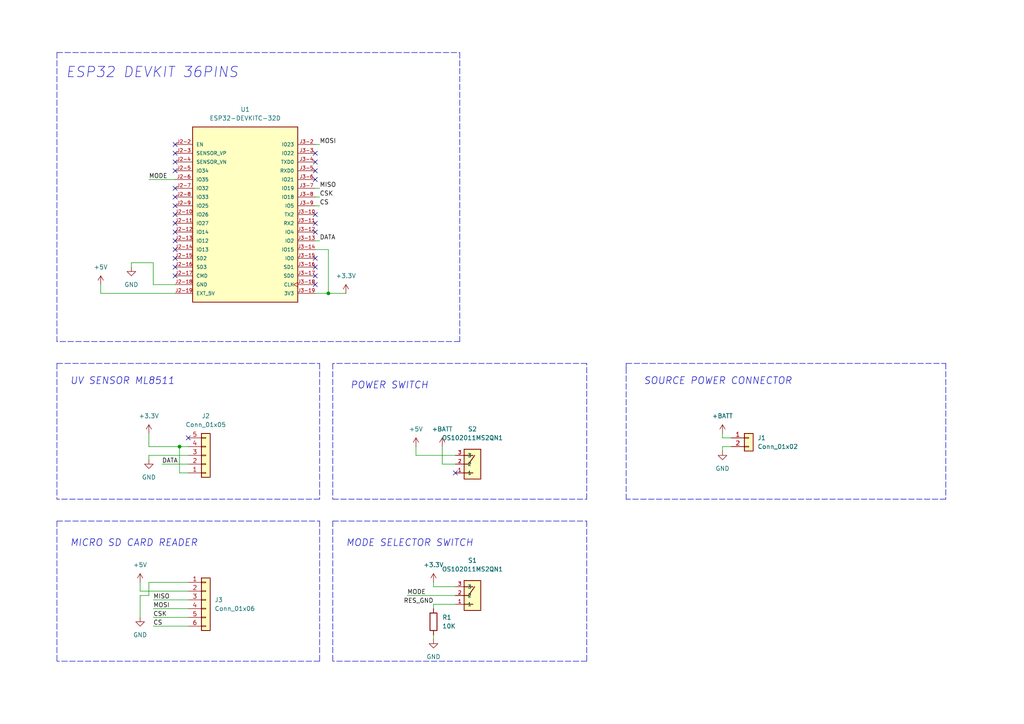
<source format=kicad_sch>
(kicad_sch (version 20211123) (generator eeschema)
  (paper "A4")
  (lib_symbols
    (symbol "Connector_Generic:Conn_01x02" (pin_names (offset 1.016) hide)
      (property "Reference" "J" (at 0 2.54 0))
      (property "Value" "Conn_01x02" (at 0 -5.08 0))
      (symbol "Conn_01x02_1_1"
        (rectangle (start -1.27 -2.413) (end 0 -2.667) (stroke (width 0.1524)))
        (rectangle (start -1.27 0.127) (end 0 -0.127) (stroke (width 0.1524)))
        (rectangle (start -1.27 1.27) (end 1.27 -3.81) (stroke (width 0.254)) (fill (type background)))
        (pin passive line (at -5.08 0 0) (length 3.81) (name "Pin_1") (number "1"))
        (pin passive line (at -5.08 -2.54 0) (length 3.81) (name "Pin_2") (number "2"))
      )
    )
    (symbol "Connector_Generic:Conn_01x05" (pin_names (offset 1.016) hide)
      (property "Reference" "J" (at 0 7.62 0))
      (property "Value" "Conn_01x05" (at 0 -7.62 0))
      (symbol "Conn_01x05_1_1"
        (rectangle (start -1.27 -4.953) (end 0 -5.207) (stroke (width 0.1524)))
        (rectangle (start -1.27 -2.413) (end 0 -2.667) (stroke (width 0.1524)))
        (rectangle (start -1.27 0.127) (end 0 -0.127) (stroke (width 0.1524)))
        (rectangle (start -1.27 2.667) (end 0 2.413) (stroke (width 0.1524)))
        (rectangle (start -1.27 5.207) (end 0 4.953) (stroke (width 0.1524)))
        (rectangle (start -1.27 6.35) (end 1.27 -6.35) (stroke (width 0.254)) (fill (type background)))
        (pin passive line (at -5.08 5.08 0) (length 3.81) (name "Pin_1") (number "1"))
        (pin passive line (at -5.08 2.54 0) (length 3.81) (name "Pin_2") (number "2"))
        (pin passive line (at -5.08 0 0) (length 3.81) (name "Pin_3") (number "3"))
        (pin passive line (at -5.08 -2.54 0) (length 3.81) (name "Pin_4") (number "4"))
        (pin passive line (at -5.08 -5.08 0) (length 3.81) (name "Pin_5") (number "5"))
      )
    )
    (symbol "Connector_Generic:Conn_01x06" (pin_names (offset 1.016) hide)
      (property "Reference" "J" (at 0 7.62 0))
      (property "Value" "Conn_01x06" (at 0 -10.16 0))
      (symbol "Conn_01x06_1_1"
        (rectangle (start -1.27 -7.493) (end 0 -7.747) (stroke (width 0.1524)))
        (rectangle (start -1.27 -4.953) (end 0 -5.207) (stroke (width 0.1524)))
        (rectangle (start -1.27 -2.413) (end 0 -2.667) (stroke (width 0.1524)))
        (rectangle (start -1.27 0.127) (end 0 -0.127) (stroke (width 0.1524)))
        (rectangle (start -1.27 2.667) (end 0 2.413) (stroke (width 0.1524)))
        (rectangle (start -1.27 5.207) (end 0 4.953) (stroke (width 0.1524)))
        (rectangle (start -1.27 6.35) (end 1.27 -8.89) (stroke (width 0.254)) (fill (type background)))
        (pin passive line (at -5.08 5.08 0) (length 3.81) (name "Pin_1") (number "1"))
        (pin passive line (at -5.08 2.54 0) (length 3.81) (name "Pin_2") (number "2"))
        (pin passive line (at -5.08 0 0) (length 3.81) (name "Pin_3") (number "3"))
        (pin passive line (at -5.08 -2.54 0) (length 3.81) (name "Pin_4") (number "4"))
        (pin passive line (at -5.08 -5.08 0) (length 3.81) (name "Pin_5") (number "5"))
        (pin passive line (at -5.08 -7.62 0) (length 3.81) (name "Pin_6") (number "6"))
      )
    )
    (symbol "Device:R" (pin_numbers hide) (pin_names (offset 0))
      (property "Reference" "R" (at 2.032 0 90))
      (property "Value" "R" (at 0 0 90))
      (symbol "R_0_1"
        (rectangle (start -1.016 -2.54) (end 1.016 2.54) (stroke (width 0.254)))
      )
      (symbol "R_1_1"
        (pin passive line (at 0 3.81 270) (length 1.27) (name "~") (number "1"))
        (pin passive line (at 0 -3.81 90) (length 1.27) (name "~") (number "2"))
      )
    )
    (symbol "ESP32-38P:ESP32-DEVKITC-32D" (pin_names (offset 1.016))
      (property "Reference" "U" (at -15.2572 26.0643 0))
      (property "Value" "ESP32-DEVKITC-32D" (at -15.2563 -27.9698 0))
      (symbol "ESP32-DEVKITC-32D_0_0"
        (rectangle (start -15.24 -25.4) (end 15.24 25.4) (stroke (width 0.254)) (fill (type background)))
        (pin bidirectional line (at -20.32 0 0) (length 5.08) (name "IO26") (number "J2-10"))
        (pin bidirectional line (at -20.32 -2.54 0) (length 5.08) (name "IO27") (number "J2-11"))
        (pin bidirectional line (at -20.32 -5.08 0) (length 5.08) (name "IO14") (number "J2-12"))
        (pin bidirectional line (at -20.32 -7.62 0) (length 5.08) (name "IO12") (number "J2-13"))
        (pin bidirectional line (at -20.32 -10.16 0) (length 5.08) (name "IO13") (number "J2-14"))
        (pin bidirectional line (at -20.32 -12.7 0) (length 5.08) (name "SD2") (number "J2-15"))
        (pin bidirectional line (at -20.32 -15.24 0) (length 5.08) (name "SD3") (number "J2-16"))
        (pin bidirectional line (at -20.32 -17.78 0) (length 5.08) (name "CMD") (number "J2-17"))
        (pin power_in line (at -20.32 -20.32 0) (length 5.08) (name "GND") (number "J2-18"))
        (pin power_in line (at -20.32 -22.86 0) (length 5.08) (name "EXT_5V") (number "J2-19"))
        (pin input line (at -20.32 20.32 0) (length 5.08) (name "EN") (number "J2-2"))
        (pin input line (at -20.32 17.78 0) (length 5.08) (name "SENSOR_VP") (number "J2-3"))
        (pin input line (at -20.32 15.24 0) (length 5.08) (name "SENSOR_VN") (number "J2-4"))
        (pin bidirectional line (at -20.32 12.7 0) (length 5.08) (name "IO34") (number "J2-5"))
        (pin bidirectional line (at -20.32 10.16 0) (length 5.08) (name "IO35") (number "J2-6"))
        (pin bidirectional line (at -20.32 7.62 0) (length 5.08) (name "IO32") (number "J2-7"))
        (pin bidirectional line (at -20.32 5.08 0) (length 5.08) (name "IO33") (number "J2-8"))
        (pin bidirectional line (at -20.32 2.54 0) (length 5.08) (name "IO25") (number "J2-9"))
        (pin bidirectional line (at 20.32 0 180) (length 5.08) (name "TX2") (number "J3-10"))
        (pin bidirectional line (at 20.32 -2.54 180) (length 5.08) (name "RX2") (number "J3-11"))
        (pin bidirectional line (at 20.32 -5.08 180) (length 5.08) (name "IO4") (number "J3-12"))
        (pin bidirectional line (at 20.32 -7.62 180) (length 5.08) (name "IO2") (number "J3-13"))
        (pin bidirectional line (at 20.32 -10.16 180) (length 5.08) (name "IO15") (number "J3-14"))
        (pin bidirectional line (at 20.32 -12.7 180) (length 5.08) (name "IO0") (number "J3-15"))
        (pin bidirectional line (at 20.32 -15.24 180) (length 5.08) (name "SD1") (number "J3-16"))
        (pin bidirectional line (at 20.32 -17.78 180) (length 5.08) (name "SD0") (number "J3-17"))
        (pin input clock (at 20.32 -20.32 180) (length 5.08) (name "CLK") (number "J3-18"))
        (pin power_in line (at 20.32 -22.86 180) (length 5.08) (name "3V3") (number "J3-19"))
        (pin bidirectional line (at 20.32 20.32 180) (length 5.08) (name "IO23") (number "J3-2"))
        (pin bidirectional line (at 20.32 17.78 180) (length 5.08) (name "IO22") (number "J3-3"))
        (pin output line (at 20.32 15.24 180) (length 5.08) (name "TXD0") (number "J3-4"))
        (pin input line (at 20.32 12.7 180) (length 5.08) (name "RXD0") (number "J3-5"))
        (pin bidirectional line (at 20.32 10.16 180) (length 5.08) (name "IO21") (number "J3-6"))
        (pin bidirectional line (at 20.32 7.62 180) (length 5.08) (name "IO19") (number "J3-7"))
        (pin bidirectional line (at 20.32 5.08 180) (length 5.08) (name "IO18") (number "J3-8"))
        (pin bidirectional line (at 20.32 2.54 180) (length 5.08) (name "IO5") (number "J3-9"))
      )
    )
    (symbol "Switch:OS102011MS2QN1" (pin_names (offset 1.016))
      (property "Reference" "S" (at -2.5411 5.0822 0))
      (property "Value" "OS102011MS2QN1" (at -2.544 -7.6319 0))
      (symbol "OS102011MS2QN1_0_0"
        (rectangle (start -2.54 -4.318) (end 2.286 4.318) (stroke (width 0.254)) (fill (type background)))
        (polyline (pts (xy -2.54 -2.54) (xy 0 -2.54)) (stroke (width 0.254)))
        (polyline (pts (xy -2.54 0) (xy -1.27 0)) (stroke (width 0.254)))
        (polyline (pts (xy -2.54 2.54) (xy 0 2.54)) (stroke (width 0.254)))
        (polyline (pts (xy -1.27 0) (xy 0.508 -2.54)) (stroke (width 0.254)))
        (pin passive line (at -5.08 2.54 0) (length 2.54) (name "1") (number "1"))
        (pin passive line (at -5.08 0 0) (length 2.54) (name "2") (number "2"))
        (pin passive line (at -5.08 -2.54 0) (length 2.54) (name "3") (number "3"))
      )
    )
    (symbol "power:+3.3V" (power) (pin_names (offset 0))
      (property "Value" "+3.3V" (at 0 3.556 0))
      (symbol "+3.3V_0_1"
        (polyline (pts (xy -0.762 1.27) (xy 0 2.54)))
        (polyline (pts (xy 0 0) (xy 0 2.54)))
        (polyline (pts (xy 0 2.54) (xy 0.762 1.27)))
      )
      (symbol "+3.3V_1_1"
        (pin power_in line (at 0 0 90) (length 0) hide (name "+3.3V") (number "1"))
      )
    )
    (symbol "power:+5V" (power) (pin_names (offset 0))
      (property "Value" "+5V" (at 0 3.556 0))
      (symbol "+5V_0_1"
        (polyline (pts (xy -0.762 1.27) (xy 0 2.54)))
        (polyline (pts (xy 0 0) (xy 0 2.54)))
        (polyline (pts (xy 0 2.54) (xy 0.762 1.27)))
      )
      (symbol "+5V_1_1"
        (pin power_in line (at 0 0 90) (length 0) hide (name "+5V") (number "1"))
      )
    )
    (symbol "power:+BATT" (power) (pin_names (offset 0))
      (property "Value" "+BATT" (at 0 3.556 0))
      (symbol "+BATT_0_1"
        (polyline (pts (xy -0.762 1.27) (xy 0 2.54)))
        (polyline (pts (xy 0 0) (xy 0 2.54)))
        (polyline (pts (xy 0 2.54) (xy 0.762 1.27)))
      )
      (symbol "+BATT_1_1"
        (pin power_in line (at 0 0 90) (length 0) hide (name "+BATT") (number "1"))
      )
    )
    (symbol "power:GND" (power) (pin_names (offset 0))
      (property "Value" "GND" (at 0 -3.81 0))
      (symbol "GND_0_1"
        (polyline (pts (xy 0 0) (xy 0 -1.27) (xy 1.27 -1.27) (xy 0 -2.54) (xy -1.27 -1.27) (xy 0 -1.27)))
      )
      (symbol "GND_1_1"
        (pin power_in line (at 0 0 270) (length 0) hide (name "GND") (number "1"))
      )
    )
  )
  (junction (at 52.07 129.54))
  (junction (at 95.25 85.09))
  (no_connect (at 50.8 74.93))
  (no_connect (at 91.44 62.23))
  (no_connect (at 50.8 57.15))
  (no_connect (at 132.08 137.16))
  (no_connect (at 50.8 46.99))
  (no_connect (at 91.44 77.47))
  (no_connect (at 91.44 67.31))
  (no_connect (at 91.44 44.45))
  (no_connect (at 50.8 44.45))
  (no_connect (at 91.44 52.07))
  (no_connect (at 50.8 62.23))
  (no_connect (at 50.8 77.47))
  (no_connect (at 91.44 64.77))
  (no_connect (at 91.44 46.99))
  (no_connect (at 91.44 74.93))
  (no_connect (at 50.8 80.01))
  (no_connect (at 50.8 49.53))
  (no_connect (at 50.8 69.85))
  (no_connect (at 50.8 67.31))
  (no_connect (at 50.8 59.69))
  (no_connect (at 50.8 72.39))
  (no_connect (at 91.44 82.55))
  (no_connect (at 50.8 64.77))
  (no_connect (at 50.8 54.61))
  (no_connect (at 54.61 127))
  (no_connect (at 91.44 80.01))
  (no_connect (at 50.8 41.91))
  (no_connect (at 91.44 49.53))
  (wire (pts (xy 120.65 132.08) (xy 120.65 129.54)))
  (wire (pts (xy 44.45 179.07) (xy 54.61 179.07)))
  (polyline (pts (xy 274.32 144.78) (xy 181.61 144.78)))
  (wire (pts (xy 29.21 85.09) (xy 50.8 85.09)))
  (wire (pts (xy 44.45 76.2) (xy 38.1 76.2)))
  (polyline (pts (xy 92.71 105.41) (xy 92.71 144.78)))
  (wire (pts (xy 40.64 171.45) (xy 40.64 168.91)))
  (wire (pts (xy 132.08 134.62) (xy 128.27 134.62)))
  (wire (pts (xy 44.45 173.99) (xy 54.61 173.99)))
  (wire (pts (xy 43.18 168.91) (xy 43.18 172.72)))
  (wire (pts (xy 118.11 172.72) (xy 132.08 172.72)))
  (polyline (pts (xy 133.35 15.24) (xy 133.35 99.06)))
  (wire (pts (xy 209.55 125.73) (xy 209.55 127)))
  (wire (pts (xy 91.44 54.61) (xy 92.71 54.61)))
  (wire (pts (xy 44.45 82.55) (xy 44.45 76.2)))
  (polyline (pts (xy 16.51 151.13) (xy 16.51 191.77)))
  (polyline (pts (xy 96.52 105.41) (xy 96.52 144.78)))
  (wire (pts (xy 43.18 168.91) (xy 54.61 168.91)))
  (wire (pts (xy 209.55 127) (xy 212.09 127)))
  (wire (pts (xy 95.25 85.09) (xy 100.33 85.09)))
  (wire (pts (xy 40.64 172.72) (xy 40.64 179.07)))
  (wire (pts (xy 46.99 134.62) (xy 54.61 134.62)))
  (polyline (pts (xy 16.51 105.41) (xy 92.71 105.41)))
  (wire (pts (xy 91.44 57.15) (xy 92.71 57.15)))
  (polyline (pts (xy 16.51 105.41) (xy 16.51 144.78)))
  (wire (pts (xy 29.21 82.55) (xy 29.21 85.09)))
  (polyline (pts (xy 170.18 191.77) (xy 96.52 191.77)))
  (polyline (pts (xy 181.61 105.41) (xy 181.61 106.68)))
  (wire (pts (xy 43.18 52.07) (xy 50.8 52.07)))
  (polyline (pts (xy 133.35 99.06) (xy 16.51 99.06)))
  (polyline (pts (xy 16.51 151.13) (xy 92.71 151.13)))
  (wire (pts (xy 212.09 129.54) (xy 209.55 129.54)))
  (wire (pts (xy 52.07 129.54) (xy 54.61 129.54)))
  (wire (pts (xy 91.44 69.85) (xy 92.71 69.85)))
  (wire (pts (xy 43.18 125.73) (xy 43.18 129.54)))
  (polyline (pts (xy 16.51 15.24) (xy 133.35 15.24)))
  (wire (pts (xy 40.64 171.45) (xy 54.61 171.45)))
  (wire (pts (xy 38.1 76.2) (xy 38.1 77.47)))
  (polyline (pts (xy 92.71 151.13) (xy 92.71 191.77)))
  (polyline (pts (xy 181.61 105.41) (xy 274.32 105.41)))
  (wire (pts (xy 91.44 59.69) (xy 92.71 59.69)))
  (wire (pts (xy 209.55 129.54) (xy 209.55 130.81)))
  (polyline (pts (xy 181.61 106.68) (xy 181.61 144.78)))
  (wire (pts (xy 43.18 172.72) (xy 40.64 172.72)))
  (wire (pts (xy 43.18 132.08) (xy 43.18 133.35)))
  (wire (pts (xy 52.07 137.16) (xy 54.61 137.16)))
  (wire (pts (xy 132.08 132.08) (xy 120.65 132.08)))
  (wire (pts (xy 125.73 175.26) (xy 125.73 176.53)))
  (wire (pts (xy 132.08 175.26) (xy 125.73 175.26)))
  (polyline (pts (xy 170.18 105.41) (xy 96.52 105.41)))
  (polyline (pts (xy 96.52 151.13) (xy 96.52 191.77)))
  (polyline (pts (xy 96.52 151.13) (xy 170.18 151.13)))
  (wire (pts (xy 125.73 168.91) (xy 125.73 170.18)))
  (wire (pts (xy 43.18 132.08) (xy 54.61 132.08)))
  (wire (pts (xy 91.44 72.39) (xy 95.25 72.39)))
  (wire (pts (xy 43.18 129.54) (xy 52.07 129.54)))
  (wire (pts (xy 125.73 170.18) (xy 132.08 170.18)))
  (polyline (pts (xy 170.18 144.78) (xy 170.18 105.41)))
  (wire (pts (xy 128.27 134.62) (xy 128.27 129.54)))
  (wire (pts (xy 91.44 41.91) (xy 92.71 41.91)))
  (wire (pts (xy 125.73 184.15) (xy 125.73 185.42)))
  (polyline (pts (xy 96.52 144.78) (xy 170.18 144.78)))
  (wire (pts (xy 52.07 137.16) (xy 52.07 129.54)))
  (polyline (pts (xy 170.18 151.13) (xy 170.18 191.77)))
  (wire (pts (xy 50.8 82.55) (xy 44.45 82.55)))
  (wire (pts (xy 95.25 72.39) (xy 95.25 85.09)))
  (polyline (pts (xy 16.51 15.24) (xy 16.51 99.06)))
  (polyline (pts (xy 92.71 191.77) (xy 16.51 191.77)))
  (wire (pts (xy 91.44 85.09) (xy 95.25 85.09)))
  (polyline (pts (xy 92.71 144.78) (xy 16.51 144.78)))
  (wire (pts (xy 44.45 176.53) (xy 54.61 176.53)))
  (polyline (pts (xy 274.32 105.41) (xy 274.32 144.78)))
  (wire (pts (xy 44.45 181.61) (xy 54.61 181.61)))
  (text "ESP32 DEVKIT 36PINS" (at 19.05 22.86 0) (effects (font (size 3 3) italic) (justify left bottom)))
  (text "MODE SELECTOR SWITCH" (at 100.33 158.75 0) (effects (font (size 2 2) italic) (justify left bottom)))
  (text "POWER SWITCH" (at 101.6 113.03 0) (effects (font (size 2 2) italic) (justify left bottom)))
  (text "SOURCE POWER CONNECTOR\n" (at 186.69 111.76 0) (effects (font (size 2 2) italic) (justify left bottom)))
  (text "UV SENSOR ML8511" (at 20.32 111.76 0) (effects (font (size 2 2) italic) (justify left bottom)))
  (text "MICRO SD CARD READER\n" (at 20.32 158.75 0) (effects (font (size 2 2) italic) (justify left bottom)))
  (label "MOSI" (at 92.71 41.91 0))
  (label "RES_GND" (at 125.73 175.26 180))
  (label "MODE" (at 43.18 52.07 0))
  (label "CS" (at 92.71 59.69 0))
  (label "MISO" (at 44.45 173.99 0))
  (label "MISO" (at 92.71 54.61 0))
  (label "DATA" (at 92.71 69.85 0))
  (label "MODE" (at 118.11 172.72 0))
  (label "DATA" (at 46.99 134.62 0))
  (label "CSK" (at 44.45 179.07 0))
  (label "CSK" (at 92.71 57.15 0))
  (label "MOSI" (at 44.45 176.53 0))
  (label "CS" (at 44.45 181.61 0))
  (symbol (lib_id "Device:R") (at 125.73 180.34 0) (unit 1)
    (property "Reference" "R1" (at 128.27 179.0699 0) (effects (justify left)))
    (property "Value" "10K" (at 128.27 181.6099 0) (effects (justify left)))
    (property "Footprint" "Resistor_THT:R_Axial_DIN0204_L3.6mm_D1.6mm_P7.62mm_Horizontal" (effects hide))
  )
  (symbol (lib_id "power:+5V") (at 40.64 168.91 0) (unit 1)
    (property "Reference" "#PWR0103" (effects hide))
    (property "Value" "+5V" (at 40.64 163.83 0))
  )
  (symbol (lib_id "Connector_Generic:Conn_01x05") (at 59.69 132.08 0) (mirror x) (unit 1)
    (property "Reference" "J2" (at 59.69 120.65 0))
    (property "Value" "Conn_01x05" (at 59.69 123.19 0))
    (property "Footprint" "Connector_PinSocket_2.54mm:PinSocket_1x05_P2.54mm_Vertical" (effects hide))
  )
  (symbol (lib_id "power:+BATT") (at 128.27 129.54 0) (unit 1)
    (property "Reference" "#PWR0105" (effects hide))
    (property "Value" "+BATT" (at 128.27 124.46 0))
  )
  (symbol (lib_id "power:GND") (at 43.18 133.35 0) (unit 1)
    (property "Reference" "#PWR07" (effects hide))
    (property "Value" "GND" (at 43.18 138.43 0))
  )
  (symbol (lib_id "Switch:OS102011MS2QN1") (at 137.16 134.62 0) (mirror x) (unit 1)
    (property "Reference" "S2" (at 137.033 124.46 0))
    (property "Value" "OS102011MS2QN1" (at 137.033 127 0))
    (property "Footprint" "Switch:SW_OS102011MS2QN1" (effects hide))
    (property "MANUFACTURER" "C&K" (effects hide))
    (property "STANDARD" "MANUFACTURER RECOMMENDATIONS" (effects hide))
  )
  (symbol (lib_id "Connector_Generic:Conn_01x02") (at 217.17 127 0) (unit 1)
    (property "Reference" "J1" (at 219.71 126.9999 0) (effects (justify left)))
    (property "Value" "Conn_01x02" (at 219.71 129.5399 0) (effects (justify left)))
    (property "Footprint" "Connector_PinHeader_2.54mm:PinHeader_1x02_P2.54mm_Vertical" (effects hide))
  )
  (symbol (lib_id "power:+BATT") (at 209.55 125.73 0) (unit 1)
    (property "Reference" "#PWR09" (effects hide))
    (property "Value" "+BATT" (at 209.55 120.65 0))
  )
  (symbol (lib_id "power:+5V") (at 120.65 129.54 0) (unit 1)
    (property "Reference" "#PWR0104" (effects hide))
    (property "Value" "+5V" (at 120.65 124.46 0))
  )
  (symbol (lib_id "ESP32-38P:ESP32-DEVKITC-32D") (at 71.12 62.23 0) (unit 1)
    (property "Reference" "U1" (at 71.12 31.75 0))
    (property "Value" "ESP32-DEVKITC-32D" (at 71.12 34.29 0))
    (property "Footprint" "ESP32-38P:MODULE_ESP32-DEVKITC-32D" (effects hide))
    (property "STANDARD" "Manufacturer Recommendations" (effects hide))
    (property "PARTREV" "V4" (effects hide))
    (property "SNAPEDA_PN" "ESP32-DEVKITC-32D" (effects hide))
    (property "MANUFACTURER" "Espressif Systems" (effects hide))
    (property "MAXIMUM_PACKAGE_HEIGHT" "N/A" (effects hide))
  )
  (symbol (lib_id "power:GND") (at 209.55 130.81 0) (unit 1)
    (property "Reference" "#PWR010" (effects hide))
    (property "Value" "GND" (at 209.55 135.89 0))
  )
  (symbol (lib_id "power:+5V") (at 29.21 82.55 0) (unit 1)
    (property "Reference" "#PWR0101" (effects hide))
    (property "Value" "+5V" (at 29.21 77.47 0))
  )
  (symbol (lib_id "power:GND") (at 40.64 179.07 0) (unit 1)
    (property "Reference" "#PWR011" (effects hide))
    (property "Value" "GND" (at 40.64 184.15 0))
  )
  (symbol (lib_id "Connector_Generic:Conn_01x06") (at 59.69 173.99 0) (unit 1)
    (property "Reference" "J3" (at 62.23 173.9899 0) (effects (justify left)))
    (property "Value" "Conn_01x06" (at 62.23 176.5299 0) (effects (justify left)))
    (property "Footprint" "Connector_PinSocket_2.54mm:PinSocket_1x06_P2.54mm_Vertical" (effects hide))
  )
  (symbol (lib_id "power:+3.3V") (at 43.18 125.73 0) (unit 1)
    (property "Reference" "#PWR06" (effects hide))
    (property "Value" "+3.3V" (at 43.18 120.65 0))
  )
  (symbol (lib_id "power:GND") (at 125.73 185.42 0) (unit 1)
    (property "Reference" "#PWR0107" (effects hide))
    (property "Value" "GND" (at 125.73 190.5 0))
  )
  (symbol (lib_id "Switch:OS102011MS2QN1") (at 137.16 172.72 0) (mirror x) (unit 1)
    (property "Reference" "S1" (at 137.033 162.56 0))
    (property "Value" "OS102011MS2QN1" (at 137.033 165.1 0))
    (property "Footprint" "Switch:SW_OS102011MS2QN1" (effects hide))
    (property "MANUFACTURER" "C&K" (effects hide))
    (property "STANDARD" "MANUFACTURER RECOMMENDATIONS" (effects hide))
  )
  (symbol (lib_id "power:GND") (at 38.1 77.47 0) (unit 1)
    (property "Reference" "#PWR04" (effects hide))
    (property "Value" "GND" (at 38.1 82.55 0))
  )
  (symbol (lib_id "power:+3.3V") (at 100.33 85.09 0) (unit 1)
    (property "Reference" "#PWR0102" (effects hide))
    (property "Value" "+3.3V" (at 100.33 80.01 0))
  )
  (symbol (lib_id "power:+3.3V") (at 125.73 168.91 0) (unit 1)
    (property "Reference" "#PWR0106" (effects hide))
    (property "Value" "+3.3V" (at 125.73 163.83 0))
  )
)
</source>
